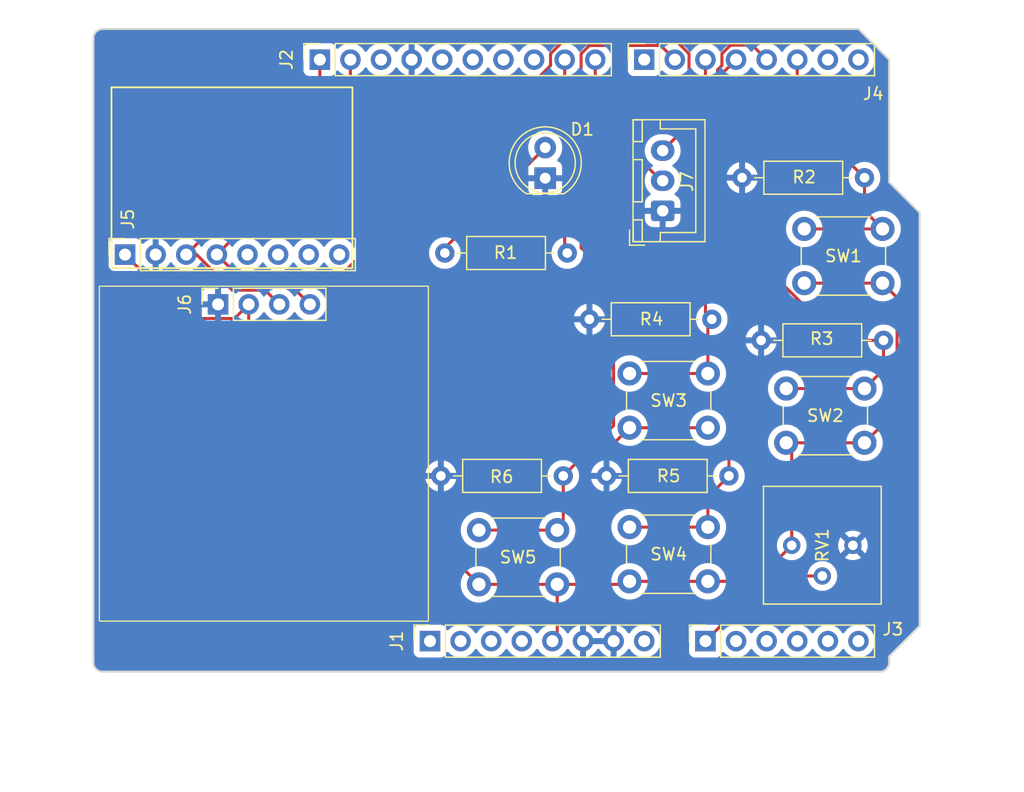
<source format=kicad_pcb>
(kicad_pcb (version 20240108) (generator "pcbnew") (generator_version "8.0")
  (title_block (date "mar. 31 mars 2015"))
  (layers (0 "F.Cu" signal) (31 "B.Cu" power) (34 "B.Paste" user) (35 "F.Paste" user) (36 "B.SilkS" user "B.Silkscreen") (37 "F.SilkS" user "F.Silkscreen") (38 "B.Mask" user) (39 "F.Mask" user) (44 "Edge.Cuts" user))
  (net 0 "")
  (net 1 "GND")
  (net 2 "+5V")
  (net 3 "/IOREF")
  (net 4 "/A1")
  (net 5 "/A2")
  (net 6 "/A3")
  (net 7 "/SDA{slash}A4")
  (net 8 "/SCL{slash}A5")
  (net 9 "/13")
  (net 10 "/12")
  (net 11 "/AREF")
  (net 12 "/temp_digital")
  (net 13 "/7")
  (net 14 "/*11")
  (net 15 "/*10")
  (net 16 "/TX{slash}1")
  (net 17 "/RX{slash}0")
  (net 18 "+3V3")
  (net 19 "VCC")
  (net 20 "/~{RESET}")
  (net 21 "/I2C_SCL")
  (net 22 "/I2C_SDA")
  (net 23 "/button_onoff")
  (net 24 "/button_lock")
  (net 25 "/button_light")
  (net 26 "/button_units")
  (net 27 "/button_cal")
  (net 28 "Net-(D1-A)")
  (net 29 "/led_light")
  (net 30 "/temp_sensor")
  (footprint "Connector_PinSocket_2.54mm:PinSocket_1x08_P2.54mm_Vertical" (layer "F.Cu") (at 127.94 97.46 90)
    (property "Reference" "J1" (at 0 -2.77 90) (layer "F.SilkS"))
    (property "Value" "Power")
    (fp_line (start 1.33 -1.33) (end 1.33 0) (stroke (width 0.12)) (layer "F.SilkS"))
    (fp_line (start 0 -1.33) (end 1.33 -1.33) (stroke (width 0.12)) (layer "F.SilkS"))
    (fp_line (start 1.33 1.27) (end 1.33 19.11) (stroke (width 0.12)) (layer "F.SilkS"))
    (fp_line (start -1.33 1.27) (end 1.33 1.27) (stroke (width 0.12)) (layer "F.SilkS"))
    (fp_line (start -1.33 1.27) (end -1.33 19.11) (stroke (width 0.12)) (layer "F.SilkS"))
    (fp_line (start -1.33 19.11) (end 1.33 19.11) (stroke (width 0.12)) (layer "F.SilkS"))
    (pad "1" thru_hole rect (at 0 0 90) (size 1.7 1.7) (drill 1) (layers "*.Cu" "*.Mask"))
    (pad "2" thru_hole oval (at 0 2.54 90) (size 1.7 1.7) (drill 1) (layers "*.Cu" "*.Mask") (net 3 "/IOREF"))
    (pad "3" thru_hole oval (at 0 5.08 90) (size 1.7 1.7) (drill 1) (layers "*.Cu" "*.Mask") (net 20 "/~{RESET}"))
    (pad "4" thru_hole oval (at 0 7.62 90) (size 1.7 1.7) (drill 1) (layers "*.Cu" "*.Mask") (net 18 "+3V3"))
    (pad "5" thru_hole oval (at 0 10.16 90) (size 1.7 1.7) (drill 1) (layers "*.Cu" "*.Mask") (net 2 "+5V"))
    (pad "6" thru_hole oval (at 0 12.7 90) (size 1.7 1.7) (drill 1) (layers "*.Cu" "*.Mask") (net 1 "GND"))
    (pad "7" thru_hole oval (at 0 15.24 90) (size 1.7 1.7) (drill 1) (layers "*.Cu" "*.Mask") (net 1 "GND"))
    (pad "8" thru_hole oval (at 0 17.78 90) (size 1.7 1.7) (drill 1) (layers "*.Cu" "*.Mask") (net 19 "VCC"))
  )
  (footprint "Connector_PinSocket_2.54mm:PinSocket_1x06_P2.54mm_Vertical" (layer "F.Cu") (at 150.8 97.46 90)
    (property "Reference" "J3" (at 0.98 15.56 180) (layer "F.SilkS"))
    (property "Value" "Analog")
    (fp_line (start 1.33 -1.33) (end 1.33 0) (stroke (width 0.12)) (layer "F.SilkS"))
    (fp_line (start 0 -1.33) (end 1.33 -1.33) (stroke (width 0.12)) (layer "F.SilkS"))
    (fp_line (start 1.33 1.27) (end 1.33 14.03) (stroke (width 0.12)) (layer "F.SilkS"))
    (fp_line (start -1.33 1.27) (end 1.33 1.27) (stroke (width 0.12)) (layer "F.SilkS"))
    (fp_line (start -1.33 1.27) (end -1.33 14.03) (stroke (width 0.12)) (layer "F.SilkS"))
    (fp_line (start -1.33 14.03) (end 1.33 14.03) (stroke (width 0.12)) (layer "F.SilkS"))
    (pad "1" thru_hole rect (at 0 0 90) (size 1.7 1.7) (drill 1) (layers "*.Cu" "*.Mask") (net 30 "/temp_sensor"))
    (pad "2" thru_hole oval (at 0 2.54 90) (size 1.7 1.7) (drill 1) (layers "*.Cu" "*.Mask") (net 4 "/A1"))
    (pad "3" thru_hole oval (at 0 5.08 90) (size 1.7 1.7) (drill 1) (layers "*.Cu" "*.Mask") (net 5 "/A2"))
    (pad "4" thru_hole oval (at 0 7.62 90) (size 1.7 1.7) (drill 1) (layers "*.Cu" "*.Mask") (net 6 "/A3"))
    (pad "5" thru_hole oval (at 0 10.16 90) (size 1.7 1.7) (drill 1) (layers "*.Cu" "*.Mask") (net 7 "/SDA{slash}A4"))
    (pad "6" thru_hole oval (at 0 12.7 90) (size 1.7 1.7) (drill 1) (layers "*.Cu" "*.Mask") (net 8 "/SCL{slash}A5"))
  )
  (footprint "Connector_PinSocket_2.54mm:PinSocket_1x10_P2.54mm_Vertical" (layer "F.Cu") (at 118.796 49.2 90)
    (property "Reference" "J2" (at 0 -2.77 90) (layer "F.SilkS"))
    (property "Value" "Digital/PWM")
    (fp_line (start 1.33 -1.33) (end 1.33 0) (stroke (width 0.12)) (layer "F.SilkS"))
    (fp_line (start 0 -1.33) (end 1.33 -1.33) (stroke (width 0.12)) (layer "F.SilkS"))
    (fp_line (start 1.33 1.27) (end 1.33 24.19) (stroke (width 0.12)) (layer "F.SilkS"))
    (fp_line (start -1.33 1.27) (end 1.33 1.27) (stroke (width 0.12)) (layer "F.SilkS"))
    (fp_line (start -1.33 1.27) (end -1.33 24.19) (stroke (width 0.12)) (layer "F.SilkS"))
    (fp_line (start -1.33 24.19) (end 1.33 24.19) (stroke (width 0.12)) (layer "F.SilkS"))
    (pad "1" thru_hole rect (at 0 0 90) (size 1.7 1.7) (drill 1) (layers "*.Cu" "*.Mask") (net 21 "/I2C_SCL"))
    (pad "2" thru_hole oval (at 0 2.54 90) (size 1.7 1.7) (drill 1) (layers "*.Cu" "*.Mask") (net 22 "/I2C_SDA"))
    (pad "3" thru_hole oval (at 0 5.08 90) (size 1.7 1.7) (drill 1) (layers "*.Cu" "*.Mask") (net 11 "/AREF"))
    (pad "4" thru_hole oval (at 0 7.62 90) (size 1.7 1.7) (drill 1) (layers "*.Cu" "*.Mask") (net 1 "GND"))
    (pad "5" thru_hole oval (at 0 10.16 90) (size 1.7 1.7) (drill 1) (layers "*.Cu" "*.Mask") (net 9 "/13"))
    (pad "6" thru_hole oval (at 0 12.7 90) (size 1.7 1.7) (drill 1) (layers "*.Cu" "*.Mask") (net 10 "/12"))
    (pad "7" thru_hole oval (at 0 15.24 90) (size 1.7 1.7) (drill 1) (layers "*.Cu" "*.Mask") (net 14 "/*11"))
    (pad "8" thru_hole oval (at 0 17.78 90) (size 1.7 1.7) (drill 1) (layers "*.Cu" "*.Mask") (net 15 "/*10"))
    (pad "9" thru_hole oval (at 0 20.32 90) (size 1.7 1.7) (drill 1) (layers "*.Cu" "*.Mask") (net 29 "/led_light"))
    (pad "10" thru_hole oval (at 0 22.86 90) (size 1.7 1.7) (drill 1) (layers "*.Cu" "*.Mask") (net 12 "/temp_digital"))
  )
  (footprint "Connector_PinSocket_2.54mm:PinSocket_1x08_P2.54mm_Vertical" (layer "F.Cu") (at 145.72 49.2 90)
    (property "Reference" "J4" (at -2.83 19 180) (layer "F.SilkS"))
    (property "Value" "Digital/PWM")
    (fp_line (start 1.33 -1.33) (end 1.33 0) (stroke (width 0.12)) (layer "F.SilkS"))
    (fp_line (start 0 -1.33) (end 1.33 -1.33) (stroke (width 0.12)) (layer "F.SilkS"))
    (fp_line (start 1.33 1.27) (end 1.33 19.11) (stroke (width 0.12)) (layer "F.SilkS"))
    (fp_line (start -1.33 1.27) (end 1.33 1.27) (stroke (width 0.12)) (layer "F.SilkS"))
    (fp_line (start -1.33 1.27) (end -1.33 19.11) (stroke (width 0.12)) (layer "F.SilkS"))
    (fp_line (start -1.33 19.11) (end 1.33 19.11) (stroke (width 0.12)) (layer "F.SilkS"))
    (pad "1" thru_hole rect (at 0 0 90) (size 1.7 1.7) (drill 1) (layers "*.Cu" "*.Mask") (net 13 "/7"))
    (pad "2" thru_hole oval (at 0 2.54 90) (size 1.7 1.7) (drill 1) (layers "*.Cu" "*.Mask") (net 25 "/button_light"))
    (pad "3" thru_hole oval (at 0 5.08 90) (size 1.7 1.7) (drill 1) (layers "*.Cu" "*.Mask") (net 27 "/button_cal"))
    (pad "4" thru_hole oval (at 0 7.62 90) (size 1.7 1.7) (drill 1) (layers "*.Cu" "*.Mask") (net 26 "/button_units"))
    (pad "5" thru_hole oval (at 0 10.16 90) (size 1.7 1.7) (drill 1) (layers "*.Cu" "*.Mask") (net 24 "/button_lock"))
    (pad "6" thru_hole oval (at 0 12.7 90) (size 1.7 1.7) (drill 1) (layers "*.Cu" "*.Mask") (net 23 "/button_onoff"))
    (pad "7" thru_hole oval (at 0 15.24 90) (size 1.7 1.7) (drill 1) (layers "*.Cu" "*.Mask") (net 16 "/TX{slash}1"))
    (pad "8" thru_hole oval (at 0 17.78 90) (size 1.7 1.7) (drill 1) (layers "*.Cu" "*.Mask") (net 17 "/RX{slash}0"))
  )
  (footprint "Button_Switch_THT:SW_PUSH_6mm" (layer "F.Cu") (at 144.5 88)
    (property "Reference" "SW4" (at 3.25 2.25 0) (layer "F.SilkS"))
    (property "Value" "SW_SPST")
    (fp_line (start -0.25 1.5) (end -0.25 3) (stroke (width 0.12)) (layer "F.SilkS"))
    (fp_line (start 1 5.5) (end 5.5 5.5) (stroke (width 0.12)) (layer "F.SilkS"))
    (fp_line (start 5.5 -1) (end 1 -1) (stroke (width 0.12)) (layer "F.SilkS"))
    (fp_line (start 6.75 3) (end 6.75 1.5) (stroke (width 0.12)) (layer "F.SilkS"))
    (pad "1" thru_hole circle (at 0 0 90) (size 2 2) (drill 1.1) (layers "*.Cu" "*.Mask") (net 24 "/button_lock"))
    (pad "1" thru_hole circle (at 6.5 0 90) (size 2 2) (drill 1.1) (layers "*.Cu" "*.Mask") (net 24 "/button_lock"))
    (pad "2" thru_hole circle (at 0 4.5 90) (size 2 2) (drill 1.1) (layers "*.Cu" "*.Mask") (net 2 "+5V"))
    (pad "2" thru_hole circle (at 6.5 4.5 90) (size 2 2) (drill 1.1) (layers "*.Cu" "*.Mask") (net 2 "+5V"))
  )
  (footprint "LED_THT:LED_D5.0mm" (layer "F.Cu") (at 137.5 59.04 90)
    (property "Reference" "D1" (at 4.05 3.07 180) (layer "F.SilkS"))
    (property "Value" "LED")
    (fp_line (start -1.29 -1.545) (end -1.29 1.545) (stroke (width 0.12)) (layer "F.SilkS"))
    (fp_arc (start -1.29 -1.54483) (mid 2.072002 -2.880433) (end 4.26 0.000462) (stroke (width 0.12)) (layer "F.SilkS"))
    (fp_arc (start 4.26 -0.000462) (mid 2.072002 2.880433) (end -1.29 1.54483) (stroke (width 0.12)) (layer "F.SilkS"))
    (fp_circle (center 1.27 0) (end 3.77 0) (stroke (width 0.12)) (fill none) (layer "F.SilkS"))
    (pad "1" thru_hole rect (at 0 0 90) (size 1.8 1.8) (drill 0.9) (layers "*.Cu" "*.Mask") (net 1 "GND"))
    (pad "2" thru_hole circle (at 2.54 0 90) (size 1.8 1.8) (drill 0.9) (layers "*.Cu" "*.Mask") (net 28 "Net-(D1-A)"))
  )
  (footprint "Button_Switch_THT:SW_PUSH_6mm" (layer "F.Cu") (at 132 88.25)
    (property "Reference" "SW5" (at 3.25 2.25 0) (layer "F.SilkS"))
    (property "Value" "SW_SPST")
    (fp_line (start -0.25 1.5) (end -0.25 3) (stroke (width 0.12)) (layer "F.SilkS"))
    (fp_line (start 1 5.5) (end 5.5 5.5) (stroke (width 0.12)) (layer "F.SilkS"))
    (fp_line (start 5.5 -1) (end 1 -1) (stroke (width 0.12)) (layer "F.SilkS"))
    (fp_line (start 6.75 3) (end 6.75 1.5) (stroke (width 0.12)) (layer "F.SilkS"))
    (pad "1" thru_hole circle (at 0 0 90) (size 2 2) (drill 1.1) (layers "*.Cu" "*.Mask") (net 25 "/button_light"))
    (pad "1" thru_hole circle (at 6.5 0 90) (size 2 2) (drill 1.1) (layers "*.Cu" "*.Mask") (net 25 "/button_light"))
    (pad "2" thru_hole circle (at 0 4.5 90) (size 2 2) (drill 1.1) (layers "*.Cu" "*.Mask") (net 2 "+5V"))
    (pad "2" thru_hole circle (at 6.5 4.5 90) (size 2 2) (drill 1.1) (layers "*.Cu" "*.Mask") (net 2 "+5V"))
  )
  (footprint "Button_Switch_THT:SW_PUSH_6mm" (layer "F.Cu") (at 157.5 76.5)
    (property "Reference" "SW2" (at 3.25 2.25 0) (layer "F.SilkS"))
    (property "Value" "SW_SPST")
    (fp_line (start -0.25 1.5) (end -0.25 3) (stroke (width 0.12)) (layer "F.SilkS"))
    (fp_line (start 1 5.5) (end 5.5 5.5) (stroke (width 0.12)) (layer "F.SilkS"))
    (fp_line (start 5.5 -1) (end 1 -1) (stroke (width 0.12)) (layer "F.SilkS"))
    (fp_line (start 6.75 3) (end 6.75 1.5) (stroke (width 0.12)) (layer "F.SilkS"))
    (pad "1" thru_hole circle (at 0 0 90) (size 2 2) (drill 1.1) (layers "*.Cu" "*.Mask") (net 26 "/button_units"))
    (pad "1" thru_hole circle (at 6.5 0 90) (size 2 2) (drill 1.1) (layers "*.Cu" "*.Mask") (net 26 "/button_units"))
    (pad "2" thru_hole circle (at 0 4.5 90) (size 2 2) (drill 1.1) (layers "*.Cu" "*.Mask") (net 2 "+5V"))
    (pad "2" thru_hole circle (at 6.5 4.5 90) (size 2 2) (drill 1.1) (layers "*.Cu" "*.Mask") (net 2 "+5V"))
  )
  (footprint "Resistor_THT:R_Axial_DIN0207_L6.3mm_D2.5mm_P10.16mm_Horizontal" (layer "F.Cu") (at 151.33 70.75 180)
    (property "Reference" "R4" (at 5.01 0.01 360) (layer "F.SilkS"))
    (property "Value" "100k")
    (fp_line (start 9.12 0) (end 8.35 0) (stroke (width 0.12)) (layer "F.SilkS"))
    (fp_line (start 8.35 1.37) (end 8.35 -1.37) (stroke (width 0.12)) (layer "F.SilkS"))
    (fp_line (start 8.35 -1.37) (end 1.81 -1.37) (stroke (width 0.12)) (layer "F.SilkS"))
    (fp_line (start 1.81 1.37) (end 8.35 1.37) (stroke (width 0.12)) (layer "F.SilkS"))
    (fp_line (start 1.81 -1.37) (end 1.81 1.37) (stroke (width 0.12)) (layer "F.SilkS"))
    (fp_line (start 1.04 0) (end 1.81 0) (stroke (width 0.12)) (layer "F.SilkS"))
    (pad "1" thru_hole circle (at 0 0 180) (size 1.6 1.6) (drill 0.8) (layers "*.Cu" "*.Mask") (net 27 "/button_cal"))
    (pad "2" thru_hole oval (at 10.16 0 180) (size 1.6 1.6) (drill 0.8) (layers "*.Cu" "*.Mask") (net 1 "GND"))
  )
  (footprint "Resistor_THT:R_Axial_DIN0207_L6.3mm_D2.5mm_P10.16mm_Horizontal" (layer "F.Cu") (at 139.33 65.25 180)
    (property "Reference" "R1" (at 5.12 0.03 360) (layer "F.SilkS"))
    (property "Value" "1k")
    (fp_line (start 9.12 0) (end 8.35 0) (stroke (width 0.12)) (layer "F.SilkS"))
    (fp_line (start 8.35 1.37) (end 8.35 -1.37) (stroke (width 0.12)) (layer "F.SilkS"))
    (fp_line (start 8.35 -1.37) (end 1.81 -1.37) (stroke (width 0.12)) (layer "F.SilkS"))
    (fp_line (start 1.81 1.37) (end 8.35 1.37) (stroke (width 0.12)) (layer "F.SilkS"))
    (fp_line (start 1.81 -1.37) (end 1.81 1.37) (stroke (width 0.12)) (layer "F.SilkS"))
    (fp_line (start 1.04 0) (end 1.81 0) (stroke (width 0.12)) (layer "F.SilkS"))
    (pad "1" thru_hole circle (at 0 0 180) (size 1.6 1.6) (drill 0.8) (layers "*.Cu" "*.Mask") (net 29 "/led_light"))
    (pad "2" thru_hole oval (at 10.16 0 180) (size 1.6 1.6) (drill 0.8) (layers "*.Cu" "*.Mask") (net 28 "Net-(D1-A)"))
  )
  (footprint "Button_Switch_THT:SW_PUSH_6mm" (layer "F.Cu") (at 144.5 75.25)
    (property "Reference" "SW3" (at 3.25 2.25 0) (layer "F.SilkS"))
    (property "Value" "SW_SPST")
    (fp_line (start -0.25 1.5) (end -0.25 3) (stroke (width 0.12)) (layer "F.SilkS"))
    (fp_line (start 1 5.5) (end 5.5 5.5) (stroke (width 0.12)) (layer "F.SilkS"))
    (fp_line (start 5.5 -1) (end 1 -1) (stroke (width 0.12)) (layer "F.SilkS"))
    (fp_line (start 6.75 3) (end 6.75 1.5) (stroke (width 0.12)) (layer "F.SilkS"))
    (pad "1" thru_hole circle (at 0 0 90) (size 2 2) (drill 1.1) (layers "*.Cu" "*.Mask") (net 27 "/button_cal"))
    (pad "1" thru_hole circle (at 6.5 0 90) (size 2 2) (drill 1.1) (layers "*.Cu" "*.Mask") (net 27 "/button_cal"))
    (pad "2" thru_hole circle (at 0 4.5 90) (size 2 2) (drill 1.1) (layers "*.Cu" "*.Mask") (net 2 "+5V"))
    (pad "2" thru_hole circle (at 6.5 4.5 90) (size 2 2) (drill 1.1) (layers "*.Cu" "*.Mask") (net 2 "+5V"))
  )
  (footprint "Connector_PinSocket_2.54mm:PinSocket_1x04_P2.54mm_Vertical" (layer "F.Cu") (at 110.35 69.51 90)
    (property "Reference" "J6" (at 0 -2.77 90) (layer "F.SilkS"))
    (property "Value" "CONN_DISPLAY")
    (fp_line (start 1.33 -1.33) (end 1.33 0) (stroke (width 0.12)) (layer "F.SilkS"))
    (fp_line (start 0 -1.33) (end 1.33 -1.33) (stroke (width 0.12)) (layer "F.SilkS"))
    (fp_line (start 1.33 1.27) (end 1.33 8.95) (stroke (width 0.12)) (layer "F.SilkS"))
    (fp_line (start -1.33 1.27) (end 1.33 1.27) (stroke (width 0.12)) (layer "F.SilkS"))
    (fp_line (start -1.33 1.27) (end -1.33 8.95) (stroke (width 0.12)) (layer "F.SilkS"))
    (fp_line (start -1.33 8.95) (end 1.33 8.95) (stroke (width 0.12)) (layer "F.SilkS"))
    (pad "1" thru_hole rect (at 0 0 90) (size 1.7 1.7) (drill 1) (layers "*.Cu" "*.Mask") (net 1 "GND"))
    (pad "2" thru_hole oval (at 0 2.54 90) (size 1.7 1.7) (drill 1) (layers "*.Cu" "*.Mask") (net 2 "+5V"))
    (pad "3" thru_hole oval (at 0 5.08 90) (size 1.7 1.7) (drill 1) (layers "*.Cu" "*.Mask") (net 21 "/I2C_SCL"))
    (pad "4" thru_hole oval (at 0 7.62 90) (size 1.7 1.7) (drill 1) (layers "*.Cu" "*.Mask") (net 22 "/I2C_SDA"))
  )
  (footprint "Button_Switch_THT:SW_PUSH_6mm" (layer "F.Cu") (at 159 63.25)
    (property "Reference" "SW1" (at 3.25 2.25 0) (layer "F.SilkS"))
    (property "Value" "SW_SPST")
    (fp_line (start -0.25 1.5) (end -0.25 3) (stroke (width 0.12)) (layer "F.SilkS"))
    (fp_line (start 1 5.5) (end 5.5 5.5) (stroke (width 0.12)) (layer "F.SilkS"))
    (fp_line (start 5.5 -1) (end 1 -1) (stroke (width 0.12)) (layer "F.SilkS"))
    (fp_line (start 6.75 3) (end 6.75 1.5) (stroke (width 0.12)) (layer "F.SilkS"))
    (pad "1" thru_hole circle (at 0 0 90) (size 2 2) (drill 1.1) (layers "*.Cu" "*.Mask") (net 23 "/button_onoff"))
    (pad "1" thru_hole circle (at 6.5 0 90) (size 2 2) (drill 1.1) (layers "*.Cu" "*.Mask") (net 23 "/button_onoff"))
    (pad "2" thru_hole circle (at 0 4.5 90) (size 2 2) (drill 1.1) (layers "*.Cu" "*.Mask") (net 2 "+5V"))
    (pad "2" thru_hole circle (at 6.5 4.5 90) (size 2 2) (drill 1.1) (layers "*.Cu" "*.Mask") (net 2 "+5V"))
  )
  (footprint "Resistor_THT:R_Axial_DIN0207_L6.3mm_D2.5mm_P10.16mm_Horizontal" (layer "F.Cu") (at 152.75 83.75 180)
    (property "Reference" "R5" (at 5.01 -0.01 360) (layer "F.SilkS"))
    (property "Value" "100k")
    (fp_line (start 9.12 0) (end 8.35 0) (stroke (width 0.12)) (layer "F.SilkS"))
    (fp_line (start 8.35 1.37) (end 8.35 -1.37) (stroke (width 0.12)) (layer "F.SilkS"))
    (fp_line (start 8.35 -1.37) (end 1.81 -1.37) (stroke (width 0.12)) (layer "F.SilkS"))
    (fp_line (start 1.81 1.37) (end 8.35 1.37) (stroke (width 0.12)) (layer "F.SilkS"))
    (fp_line (start 1.81 -1.37) (end 1.81 1.37) (stroke (width 0.12)) (layer "F.SilkS"))
    (fp_line (start 1.04 0) (end 1.81 0) (stroke (width 0.12)) (layer "F.SilkS"))
    (pad "1" thru_hole circle (at 0 0 180) (size 1.6 1.6) (drill 0.8) (layers "*.Cu" "*.Mask") (net 24 "/button_lock"))
    (pad "2" thru_hole oval (at 10.16 0 180) (size 1.6 1.6) (drill 0.8) (layers "*.Cu" "*.Mask") (net 1 "GND"))
  )
  (footprint "Connector_JST:JST_XH_B3B-XH-A_1x03_P2.50mm_Vertical" (layer "F.Cu") (at 147.25 61.75 90)
    (property "Reference" "J7" (at 2.44 2.01 90) (layer "F.SilkS"))
    (property "Value" "CONN_TEMP")
    (fp_line (start -1.6 -2.75) (end -2.85 -2.75) (stroke (width 0.12)) (layer "F.SilkS"))
    (fp_line (start -2.85 -2.75) (end -2.85 -1.5) (stroke (width 0.12)) (layer "F.SilkS"))
    (fp_line (start 7.56 -2.46) (end -2.56 -2.46) (stroke (width 0.12)) (layer "F.SilkS"))
    (fp_line (start -2.56 -2.46) (end -2.56 3.51) (stroke (width 0.12)) (layer "F.SilkS"))
    (fp_line (start 7.55 -2.45) (end 5.75 -2.45) (stroke (width 0.12)) (layer "F.SilkS"))
    (fp_line (start 5.75 -2.45) (end 5.75 -1.7) (stroke (width 0.12)) (layer "F.SilkS"))
    (fp_line (start 4.25 -2.45) (end 0.75 -2.45) (stroke (width 0.12)) (layer "F.SilkS"))
    (fp_line (start 0.75 -2.45) (end 0.75 -1.7) (stroke (width 0.12)) (layer "F.SilkS"))
    (fp_line (start -0.75 -2.45) (end -2.55 -2.45) (stroke (width 0.12)) (layer "F.SilkS"))
    (fp_line (start -2.55 -2.45) (end -2.55 -1.7) (stroke (width 0.12)) (layer "F.SilkS"))
    (fp_line (start 7.55 -1.7) (end 7.55 -2.45) (stroke (width 0.12)) (layer "F.SilkS"))
    (fp_line (start 5.75 -1.7) (end 7.55 -1.7) (stroke (width 0.12)) (layer "F.SilkS"))
    (fp_line (start 4.25 -1.7) (end 4.25 -2.45) (stroke (width 0.12)) (layer "F.SilkS"))
    (fp_line (start 0.75 -1.7) (end 4.25 -1.7) (stroke (width 0.12)) (layer "F.SilkS"))
    (fp_line (start -0.75 -1.7) (end -0.75 -2.45) (stroke (width 0.12)) (layer "F.SilkS"))
    (fp_line (start -2.55 -1.7) (end -0.75 -1.7) (stroke (width 0.12)) (layer "F.SilkS"))
    (fp_line (start 7.55 -0.2) (end 6.8 -0.2) (stroke (width 0.12)) (layer "F.SilkS"))
    (fp_line (start 6.8 -0.2) (end 6.8 2.75) (stroke (width 0.12)) (layer "F.SilkS"))
    (fp_line (start -1.8 -0.2) (end -1.8 2.75) (stroke (width 0.12)) (layer "F.SilkS"))
    (fp_line (start -2.55 -0.2) (end -1.8 -0.2) (stroke (width 0.12)) (layer "F.SilkS"))
    (fp_line (start 6.8 2.75) (end 2.5 2.75) (stroke (width 0.12)) (layer "F.SilkS"))
    (fp_line (start -1.8 2.75) (end 2.5 2.75) (stroke (width 0.12)) (layer "F.SilkS"))
    (fp_line (start 7.56 3.51) (end 7.56 -2.46) (stroke (width 0.12)) (layer "F.SilkS"))
    (fp_line (start -2.56 3.51) (end 7.56 3.51) (stroke (width 0.12)) (layer "F.SilkS"))
    (pad "1" thru_hole roundrect (at 0 0 90) (size 1.7 1.95) (drill 0.95) (layers "*.Cu" "*.Mask") (roundrect_rratio 0.147059) (net 1 "GND"))
    (pad "2" thru_hole oval (at 2.5 0 90) (size 1.7 1.95) (drill 0.95) (layers "*.Cu" "*.Mask") (net 12 "/temp_digital"))
    (pad "3" thru_hole oval (at 5 0 90) (size 1.7 1.95) (drill 0.95) (layers "*.Cu" "*.Mask") (net 2 "+5V"))
  )
  (footprint "Resistor_THT:R_Axial_DIN0207_L6.3mm_D2.5mm_P10.16mm_Horizontal" (layer "F.Cu") (at 164 59 180)
    (property "Reference" "R2" (at 5.01 0.05 360) (layer "F.SilkS"))
    (property "Value" "100k")
    (fp_line (start 9.12 0) (end 8.35 0) (stroke (width 0.12)) (layer "F.SilkS"))
    (fp_line (start 8.35 1.37) (end 8.35 -1.37) (stroke (width 0.12)) (layer "F.SilkS"))
    (fp_line (start 8.35 -1.37) (end 1.81 -1.37) (stroke (width 0.12)) (layer "F.SilkS"))
    (fp_line (start 1.81 1.37) (end 8.35 1.37) (stroke (width 0.12)) (layer "F.SilkS"))
    (fp_line (start 1.81 -1.37) (end 1.81 1.37) (stroke (width 0.12)) (layer "F.SilkS"))
    (fp_line (start 1.04 0) (end 1.81 0) (stroke (width 0.12)) (layer "F.SilkS"))
    (pad "1" thru_hole circle (at 0 0 180) (size 1.6 1.6) (drill 0.8) (layers "*.Cu" "*.Mask") (net 23 "/button_onoff"))
    (pad "2" thru_hole oval (at 10.16 0 180) (size 1.6 1.6) (drill 0.8) (layers "*.Cu" "*.Mask") (net 1 "GND"))
  )
  (footprint "Potentiometer_THT:Potentiometer_Bourns_3386P_Vertical" (layer "F.Cu") (at 157.96 89.515 -90)
    (property "Reference" "RV1" (at -0.015 -2.54 90) (layer "F.SilkS"))
    (property "Value" "10k")
    (fp_line (start -4.9 2.345) (end 4.87 2.345) (stroke (width 0.12)) (layer "F.SilkS"))
    (fp_line (start -4.9 -7.425) (end -4.9 2.345) (stroke (width 0.12)) (layer "F.SilkS"))
    (fp_line (start -4.9 -7.425) (end 4.87 -7.425) (stroke (width 0.12)) (layer "F.SilkS"))
    (fp_line (start 4.87 -7.425) (end 4.87 2.345) (stroke (width 0.12)) (layer "F.SilkS"))
    (pad "1" thru_hole circle (at 0 0 270) (size 1.44 1.44) (drill 0.8) (layers "*.Cu" "*.Mask") (net 2 "+5V"))
    (pad "2" thru_hole circle (at 2.54 -2.54 270) (size 1.44 1.44) (drill 0.8) (layers "*.Cu" "*.Mask") (net 30 "/temp_sensor"))
    (pad "3" thru_hole circle (at 0 -5.08 270) (size 1.44 1.44) (drill 0.8) (layers "*.Cu" "*.Mask") (net 1 "GND"))
  )
  (footprint "Connector_PinSocket_2.54mm:PinSocket_1x08_P2.54mm_Vertical" (layer "F.Cu") (at 102.63 65.38 90)
    (property "Reference" "J5" (at 2.94 0.23 90) (layer "F.SilkS"))
    (property "Value" "CONN_GYRO")
    (fp_line (start 1.33 -1.33) (end 1.33 0) (stroke (width 0.12)) (layer "F.SilkS"))
    (fp_line (start 0 -1.33) (end 1.33 -1.33) (stroke (width 0.12)) (layer "F.SilkS"))
    (fp_line (start 1.33 1.27) (end 1.33 19.11) (stroke (width 0.12)) (layer "F.SilkS"))
    (fp_line (start -1.33 1.27) (end 1.33 1.27) (stroke (width 0.12)) (layer "F.SilkS"))
    (fp_line (start -1.33 1.27) (end -1.33 19.11) (stroke (width 0.12)) (layer "F.SilkS"))
    (fp_line (start -1.33 19.11) (end 1.33 19.11) (stroke (width 0.12)) (layer "F.SilkS"))
    (pad "1" thru_hole rect (at 0 0 90) (size 1.7 1.7) (drill 1) (layers "*.Cu" "*.Mask") (net 2 "+5V"))
    (pad "2" thru_hole oval (at 0 2.54 90) (size 1.7 1.7) (drill 1) (layers "*.Cu" "*.Mask") (net 1 "GND"))
    (pad "3" thru_hole oval (at 0 5.08 90) (size 1.7 1.7) (drill 1) (layers "*.Cu" "*.Mask") (net 21 "/I2C_SCL"))
    (pad "4" thru_hole oval (at 0 7.62 90) (size 1.7 1.7) (drill 1) (layers "*.Cu" "*.Mask") (net 22 "/I2C_SDA"))
    (pad "5" thru_hole oval (at 0 10.16 90) (size 1.7 1.7) (drill 1) (layers "*.Cu" "*.Mask"))
    (pad "6" thru_hole oval (at 0 12.7 90) (size 1.7 1.7) (drill 1) (layers "*.Cu" "*.Mask"))
    (pad "7" thru_hole oval (at 0 15.24 90) (size 1.7 1.7) (drill 1) (layers "*.Cu" "*.Mask"))
    (pad "8" thru_hole oval (at 0 17.78 90) (size 1.7 1.7) (drill 1) (layers "*.Cu" "*.Mask"))
  )
  (footprint "Resistor_THT:R_Axial_DIN0207_L6.3mm_D2.5mm_P10.16mm_Horizontal" (layer "F.Cu") (at 139 83.75 180)
    (property "Reference" "R6" (at 5.11 -0.07 360) (layer "F.SilkS"))
    (property "Value" "100k")
    (fp_line (start 9.12 0) (end 8.35 0) (stroke (width 0.12)) (layer "F.SilkS"))
    (fp_line (start 8.35 1.37) (end 8.35 -1.37) (stroke (width 0.12)) (layer "F.SilkS"))
    (fp_line (start 8.35 -1.37) (end 1.81 -1.37) (stroke (width 0.12)) (layer "F.SilkS"))
    (fp_line (start 1.81 1.37) (end 8.35 1.37) (stroke (width 0.12)) (layer "F.SilkS"))
    (fp_line (start 1.81 -1.37) (end 1.81 1.37) (stroke (width 0.12)) (layer "F.SilkS"))
    (fp_line (start 1.04 0) (end 1.81 0) (stroke (width 0.12)) (layer "F.SilkS"))
    (pad "1" thru_hole circle (at 0 0 180) (size 1.6 1.6) (drill 0.8) (layers "*.Cu" "*.Mask") (net 25 "/button_light"))
    (pad "2" thru_hole oval (at 10.16 0 180) (size 1.6 1.6) (drill 0.8) (layers "*.Cu" "*.Mask") (net 1 "GND"))
  )
  (footprint "Resistor_THT:R_Axial_DIN0207_L6.3mm_D2.5mm_P10.16mm_Horizontal" (layer "F.Cu") (at 165.58 72.5 180)
    (property "Reference" "R3" (at 5.13 0.14 360) (layer "F.SilkS"))
    (property "Value" "100k")
    (fp_line (start 9.12 0) (end 8.35 0) (stroke (width 0.12)) (layer "F.SilkS"))
    (fp_line (start 8.35 1.37) (end 8.35 -1.37) (stroke (width 0.12)) (layer "F.SilkS"))
    (fp_line (start 8.35 -1.37) (end 1.81 -1.37) (stroke (width 0.12)) (layer "F.SilkS"))
    (fp_line (start 1.81 1.37) (end 8.35 1.37) (stroke (width 0.12)) (layer "F.SilkS"))
    (fp_line (start 1.81 -1.37) (end 1.81 1.37) (stroke (width 0.12)) (layer "F.SilkS"))
    (fp_line (start 1.04 0) (end 1.81 0) (stroke (width 0.12)) (layer "F.SilkS"))
    (pad "1" thru_hole circle (at 0 0 180) (size 1.6 1.6) (drill 0.8) (layers "*.Cu" "*.Mask") (net 26 "/button_units"))
    (pad "2" thru_hole oval (at 10.16 0 180) (size 1.6 1.6) (drill 0.8) (layers "*.Cu" "*.Mask") (net 1 "GND"))
  )
  (gr_rect (start 121.5 51.5) (end 101.5 66.5) (stroke (width 0.15)) (fill none) (layer "F.SilkS"))
  (gr_rect (start 100.5 95.8) (end 127.8 68) (stroke (width 0.1)) (fill none) (layer "F.SilkS"))
  (gr_line (start 166.04 59.36) (end 168.58 61.9) (stroke (width 0.15)) (layer "Edge.Cuts"))
  (gr_line (start 100 99.238) (end 100 47.422) (stroke (width 0.15)) (layer "Edge.Cuts"))
  (gr_line (start 168.58 61.9) (end 168.58 96.19) (stroke (width 0.15)) (layer "Edge.Cuts"))
  (gr_line (start 165.278 100) (end 100.762 100) (stroke (width 0.15)) (layer "Edge.Cuts"))
  (gr_line (start 100.762 46.66) (end 163.5 46.66) (stroke (width 0.15)) (layer "Edge.Cuts"))
  (gr_arc (start 100.762 100) (mid 100.223185 99.776815) (end 100 99.238) (stroke (width 0.15)) (layer "Edge.Cuts"))
  (gr_line (start 168.58 96.19) (end 166.04 98.73) (stroke (width 0.15)) (layer "Edge.Cuts"))
  (gr_line (start 163.5 46.66) (end 166.04 49.2) (stroke (width 0.15)) (layer "Edge.Cuts"))
  (gr_arc (start 166.04 99.238) (mid 165.816815 99.776815) (end 165.278 100) (stroke (width 0.15)) (layer "Edge.Cuts"))
  (gr_line (start 166.04 49.2) (end 166.04 59.36) (stroke (width 0.15)) (layer "Edge.Cuts"))
  (gr_line (start 166.04 98.73) (end 166.04 99.238) (stroke (width 0.15)) (layer "Edge.Cuts"))
  (gr_arc (start 100 47.422) (mid 100.223185 46.883185) (end 100.762 46.66) (stroke (width 0.15)) (layer "Edge.Cuts"))
  (segment (start 144.5 79.75) (end 140.75 83.5) (width 0.25) (layer "F.Cu") (net 2))
  (segment (start 140.75 83.5) (end 140.75 92.75) (width 0.25) (layer "F.Cu") (net 2))
  (segment (start 157.96 81.46) (end 157.5 81) (width 0.25) (layer "F.Cu") (net 2))
  (segment (start 148.296701 47.575) (end 139.079299 47.575) (width 0.25) (layer "F.Cu") (net 2))
  (segment (start 154.975 92.5) (end 157.96 89.515) (width 0.25) (layer "F.Cu") (net 2))
  (segment (start 138.5 92.75) (end 140.75 92.75) (width 0.25) (layer "F.Cu") (net 2))
  (segment (start 140.75 92.75) (end 144.25 92.75) (width 0.25) (layer "F.Cu") (net 2))
  (segment (start 166.705 68.955) (end 166.705 78.295) (width 0.25) (layer "F.Cu") (net 2))
  (segment (start 139.079299 47.575) (end 137.941 48.713299) (width 0.25) (layer "F.Cu") (net 2))
  (segment (start 144.25 92.75) (end 144.5 92.5) (width 0.25) (layer "F.Cu") (net 2))
  (segment (start 149.435 48.713299) (end 148.296701 47.575) (width 0.25) (layer "F.Cu") (net 2))
  (segment (start 147.25 56.75) (end 148 56.75) (width 0.25) (layer "F.Cu") (net 2))
  (segment (start 144.5 79.75) (end 151 79.75) (width 0.25) (layer "F.Cu") (net 2))
  (segment (start 149.435 54.565) (end 149.435 48.713299) (width 0.25) (layer "F.Cu") (net 2))
  (segment (start 123.25 84) (end 132 92.75) (width 0.25) (layer "F.Cu") (net 2))
  (segment (start 120.75 81.5) (end 123.25 84) (width 0.25) (layer "F.Cu") (net 2))
  (segment (start 147.25 56.75) (end 149.435 54.565) (width 0.25) (layer "F.Cu") (net 2))
  (segment (start 111.715 70.685) (end 112.89 69.51) (width 0.25) (layer "F.Cu") (net 2))
  (segment (start 112.89 73.64) (end 120.75 81.5) (width 0.25) (layer "F.Cu") (net 2))
  (segment (start 166.705 78.295) (end 164 81) (width 0.25) (layer "F.Cu") (net 2))
  (segment (start 164 81) (end 157.5 81) (width 0.25) (layer "F.Cu") (net 2))
  (segment (start 165.5 67.75) (end 166.705 68.955) (width 0.25) (layer "F.Cu") (net 2))
  (segment (start 112.89 69.51) (end 112.89 73.64) (width 0.25) (layer "F.Cu") (net 2))
  (segment (start 138.5 92.75) (end 138.5 97.06) (width 0.25) (layer "F.Cu") (net 2))
  (segment (start 107.935 70.685) (end 111.715 70.685) (width 0.25) (layer "F.Cu") (net 2))
  (segment (start 165.5 67.75) (end 159 67.75) (width 0.25) (layer "F.Cu") (net 2))
  (segment (start 137.941 49.686701) (end 120.75 66.877701) (width 0.25) (layer "F.Cu") (net 2))
  (segment (start 138.5 97.06) (end 138.1 97.46) (width 0.25) (layer "F.Cu") (net 2))
  (segment (start 120.75 66.877701) (end 120.75 81.5) (width 0.25) (layer "F.Cu") (net 2))
  (segment (start 151 92.5) (end 154.975 92.5) (width 0.25) (layer "F.Cu") (net 2))
  (segment (start 137.941 48.713299) (end 137.941 49.686701) (width 0.25) (layer "F.Cu") (net 2))
  (segment (start 132 92.75) (end 138.5 92.75) (width 0.25) (layer "F.Cu") (net 2))
  (segment (start 157.96 89.515) (end 157.96 81.46) (width 0.25) (layer "F.Cu") (net 2))
  (segment (start 144.5 92.5) (end 151 92.5) (width 0.25) (layer "F.Cu") (net 2))
  (segment (start 102.63 65.38) (end 107.935 70.685) (width 0.25) (layer "F.Cu") (net 2))
  (segment (start 147.125 59.25) (end 141.656 53.781) (width 0.25) (layer "F.Cu") (net 12))
  (segment (start 147.25 59.25) (end 147.125 59.25) (width 0.25) (layer "F.Cu") (net 12))
  (segment (start 141.656 53.781) (end 141.656 49.2) (width 0.25) (layer "F.Cu") (net 12))
  (segment (start 108.57 65.38) (end 111.525 68.335) (width 0.25) (layer "F.Cu") (net 21))
  (segment (start 111.525 68.335) (end 114.255 68.335) (width 0.25) (layer "F.Cu") (net 21))
  (segment (start 114.255 68.335) (end 115.43 69.51) (width 0.25) (layer "F.Cu") (net 21))
  (segment (start 118.796 54.294) (end 107.71 65.38) (width 0.25) (layer "F.Cu") (net 21))
  (segment (start 118.796 49.2) (end 118.796 54.294) (width 0.25) (layer "F.Cu") (net 21))
  (segment (start 107.71 65.38) (end 108.57 65.38) (width 0.25) (layer "F.Cu") (net 21))
  (segment (start 110.25 65.38) (end 121.336 54.294) (width 0.25) (layer "F.Cu") (net 22))
  (segment (start 112.755 67.885) (end 116.345 67.885) (width 0.25) (layer "F.Cu") (net 22))
  (segment (start 110.25 65.38) (end 112.755 67.885) (width 0.25) (layer "F.Cu") (net 22))
  (segment (start 116.345 67.885) (end 117.97 69.51) (width 0.25) (layer "F.Cu") (net 22))
  (segment (start 121.336 54.294) (end 121.336 49.2) (width 0.25) (layer "F.Cu") (net 22))
  (segment (start 164 59) (end 164 61.75) (width 0.25) (layer "F.Cu") (net 23))
  (segment (start 158.42 53.42) (end 164 59) (width 0.25) (layer "F.Cu") (net 23))
  (segment (start 165.5 63.25) (end 159 63.25) (width 0.25) (layer "F.Cu") (net 23))
  (segment (start 164 61.75) (end 165.5 63.25) (width 0.25) (layer "F.Cu") (net 23))
  (segment (start 158.42 49.2) (end 158.42 53.42) (width 0.25) (layer "F.Cu") (net 23))
  (segment (start 154.68 48) (end 155.88 49.2) (width 0.25) (layer "F.Cu") (net 24))
  (segment (start 151 88) (end 151 85.5) (width 0.25) (layer "F.Cu") (net 24))
  (segment (start 144.5 88) (end 151 88) (width 0.25) (layer "F.Cu") (net 24))
  (segment (start 151 85.5) (end 152.75 83.75) (width 0.25) (layer "F.Cu") (net 24))
  (segment (start 152.165 49.686701) (end 152.165 48.713299) (width 0.25) (layer "F.Cu") (net 24))
  (segment (start 152.878299 48) (end 154.68 48) (width 0.25) (layer "F.Cu") (net 24))
  (segment (start 152.165 48.713299) (end 152.878299 48) (width 0.25) (layer "F.Cu") (net 24))
  (segment (start 152.75 83.75) (end 152.75 64.010229) (width 0.25) (layer "F.Cu") (net 24))
  (segment (start 151.8 50.051701) (end 152.165 49.686701) (width 0.25) (layer "F.Cu") (net 24))
  (segment (start 152.75 64.010229) (end 151.8 63.060229) (width 0.25) (layer "F.Cu") (net 24))
  (segment (start 151.8 63.060229) (end 151.8 50.051701) (width 0.25) (layer "F.Cu") (net 24))
  (segment (start 147.085 48.025) (end 141.169299 48.025) (width 0.25) (layer "F.Cu") (net 25))
  (segment (start 139 83.75) (end 139 87.75) (width 0.25) (layer "F.Cu") (net 25))
  (segment (start 139 87.75) (end 138.5 88.25) (width 0.25) (layer "F.Cu") (net 25))
  (segment (start 143.175 79.575) (end 139 83.75) (width 0.25) (layer "F.Cu") (net 25))
  (segment (start 143.175 67.505) (end 143.175 79.575) (width 0.25) (layer "F.Cu") (net 25))
  (segment (start 140.481 48.713299) (end 140.481 64.811) (width 0.25) (layer "F.Cu") (net 25))
  (segment (start 141.169299 48.025) (end 140.481 48.713299) (width 0.25) (layer "F.Cu") (net 25))
  (segment (start 148.26 49.2) (end 147.085 48.025) (width 0.25) (layer "F.Cu") (net 25))
  (segment (start 132 88.25) (end 138.5 88.25) (width 0.25) (layer "F.Cu") (net 25))
  (segment (start 140.481 64.811) (end 143.175 67.505) (width 0.25) (layer "F.Cu") (net 25))
  (segment (start 152.25 50.29) (end 153.34 49.2) (width 0.25) (layer "F.Cu") (net 26))
  (segment (start 164 76.5) (end 165.58 74.92) (width 0.25) (layer "F.Cu") (net 26))
  (segment (start 152.25 62.873833) (end 152.25 50.29) (width 0.25) (layer "F.Cu") (net 26))
  (segment (start 165.58 72.5) (end 161.876167 72.5) (width 0.25) (layer "F.Cu") (net 26))
  (segment (start 165.58 74.92) (end 165.58 72.5) (width 0.25) (layer "F.Cu") (net 26))
  (segment (start 161.876167 72.5) (end 152.25 62.873833) (width 0.25) (layer "F.Cu") (net 26))
  (segment (start 164 76.5) (end 157.5 76.5) (width 0.25) (layer "F.Cu") (net 26))
  (segment (start 151 75.25) (end 151 71.08) (width 0.25) (layer "F.Cu") (net 27))
  (segment (start 151 71.08) (end 151.33 70.75) (width 0.25) (layer "F.Cu") (net 27))
  (segment (start 150.8 49.2) (end 150.8 70.22) (width 0.25) (layer "F.Cu") (net 27))
  (segment (start 150.8 70.22) (end 151.33 70.75) (width 0.25) (layer "F.Cu") (net 27))
  (segment (start 144.5 75.25) (end 151 75.25) (width 0.25) (layer "F.Cu") (net 27))
  (segment (start 129.17 64.83) (end 137.5 56.5) (width 0.25) (layer "F.Cu") (net 28))
  (segment (start 129.17 65.25) (end 129.17 64.83) (width 0.25) (layer "F.Cu") (net 28))
  (segment (start 139.116 65.036) (end 139.33 65.25) (width 0.25) (layer "F.Cu") (net 29))
  (segment (start 139.116 49.2) (end 139.116 65.036) (width 0.25) (layer "F.Cu") (net 29))
  (segment (start 156.205 92.055) (end 160.5 92.055) (width 0.25) (layer "F.Cu") (net 30))
  (segment (start 150.8 97.46) (end 156.205 92.055) (width 0.25) (layer "F.Cu") (net 30))
  (zone (net 1) (net_name "GND") (layer "B.Cu") (connect_pads (clearance 0.508)) (min_thickness 0.25) (fill yes (thermal_gap 0.5) (thermal_bridge_width 0.5))
    (polygon (pts (xy 98.25 44.25) (xy 174.25 44.5) (xy 177.25 108.75) (xy 92.25 110)))
  )
)
</source>
